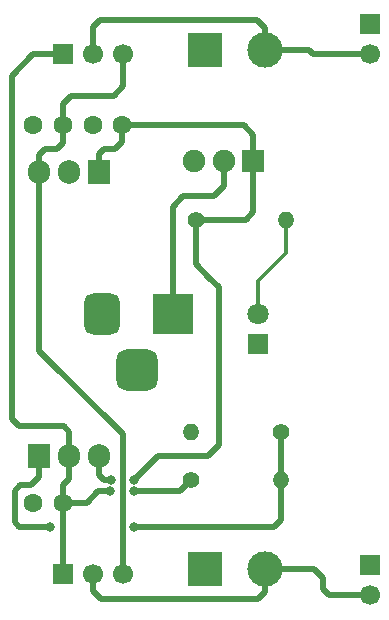
<source format=gtl>
%TF.GenerationSoftware,KiCad,Pcbnew,9.0.1*%
%TF.CreationDate,2025-05-19T12:27:26-03:00*%
%TF.ProjectId,Project_2_Breadboard_Power_Suppy,50726f6a-6563-4745-9f32-5f4272656164,rev?*%
%TF.SameCoordinates,Original*%
%TF.FileFunction,Copper,L1,Top*%
%TF.FilePolarity,Positive*%
%FSLAX46Y46*%
G04 Gerber Fmt 4.6, Leading zero omitted, Abs format (unit mm)*
G04 Created by KiCad (PCBNEW 9.0.1) date 2025-05-19 12:27:26*
%MOMM*%
%LPD*%
G01*
G04 APERTURE LIST*
G04 Aperture macros list*
%AMRoundRect*
0 Rectangle with rounded corners*
0 $1 Rounding radius*
0 $2 $3 $4 $5 $6 $7 $8 $9 X,Y pos of 4 corners*
0 Add a 4 corners polygon primitive as box body*
4,1,4,$2,$3,$4,$5,$6,$7,$8,$9,$2,$3,0*
0 Add four circle primitives for the rounded corners*
1,1,$1+$1,$2,$3*
1,1,$1+$1,$4,$5*
1,1,$1+$1,$6,$7*
1,1,$1+$1,$8,$9*
0 Add four rect primitives between the rounded corners*
20,1,$1+$1,$2,$3,$4,$5,0*
20,1,$1+$1,$4,$5,$6,$7,0*
20,1,$1+$1,$6,$7,$8,$9,0*
20,1,$1+$1,$8,$9,$2,$3,0*%
G04 Aperture macros list end*
%TA.AperFunction,ComponentPad*%
%ADD10RoundRect,0.875000X-0.875000X-0.875000X0.875000X-0.875000X0.875000X0.875000X-0.875000X0.875000X0*%
%TD*%
%TA.AperFunction,ComponentPad*%
%ADD11RoundRect,0.750000X-0.750000X-1.000000X0.750000X-1.000000X0.750000X1.000000X-0.750000X1.000000X0*%
%TD*%
%TA.AperFunction,ComponentPad*%
%ADD12R,3.500000X3.500000*%
%TD*%
%TA.AperFunction,ComponentPad*%
%ADD13R,1.700000X1.700000*%
%TD*%
%TA.AperFunction,ComponentPad*%
%ADD14C,1.700000*%
%TD*%
%TA.AperFunction,ComponentPad*%
%ADD15C,1.400000*%
%TD*%
%TA.AperFunction,ComponentPad*%
%ADD16O,1.400000X1.400000*%
%TD*%
%TA.AperFunction,ComponentPad*%
%ADD17R,3.000000X3.000000*%
%TD*%
%TA.AperFunction,ComponentPad*%
%ADD18C,3.000000*%
%TD*%
%TA.AperFunction,ComponentPad*%
%ADD19R,1.800000X1.800000*%
%TD*%
%TA.AperFunction,ComponentPad*%
%ADD20C,1.800000*%
%TD*%
%TA.AperFunction,ComponentPad*%
%ADD21C,1.600000*%
%TD*%
%TA.AperFunction,ComponentPad*%
%ADD22R,1.905000X2.000000*%
%TD*%
%TA.AperFunction,ComponentPad*%
%ADD23O,1.905000X2.000000*%
%TD*%
%TA.AperFunction,ComponentPad*%
%ADD24R,1.900000X1.900000*%
%TD*%
%TA.AperFunction,ComponentPad*%
%ADD25C,1.900000*%
%TD*%
%TA.AperFunction,ViaPad*%
%ADD26C,0.800000*%
%TD*%
%TA.AperFunction,Conductor*%
%ADD27C,0.500000*%
%TD*%
%TA.AperFunction,Conductor*%
%ADD28C,0.300000*%
%TD*%
G04 APERTURE END LIST*
D10*
%TO.P,J1,3*%
%TO.N,GND*%
X130290000Y-76700000D03*
D11*
%TO.P,J1,2*%
X127290000Y-72000000D03*
D12*
%TO.P,J1,1*%
%TO.N,/PWR_IN*%
X133290000Y-72000000D03*
%TD*%
D13*
%TO.P,J6,1,Pin_1*%
%TO.N,GND*%
X150000000Y-47460000D03*
D14*
%TO.P,J6,2,Pin_2*%
%TO.N,/OUT_2*%
X150000000Y-50000000D03*
%TD*%
D15*
%TO.P,R1,1*%
%TO.N,+12V*%
X135220000Y-64000000D03*
D16*
%TO.P,R1,2*%
%TO.N,/LED_A*%
X142840000Y-64000000D03*
%TD*%
D17*
%TO.P,J2,1,Pin_1*%
%TO.N,GND*%
X136000000Y-93570000D03*
D18*
%TO.P,J2,2,Pin_2*%
%TO.N,/OUT_1*%
X141080000Y-93570000D03*
%TD*%
D13*
%TO.P,J4,1,Pin_1*%
%TO.N,+3.3V*%
X124000000Y-94000000D03*
D14*
%TO.P,J4,2,Pin_2*%
%TO.N,/OUT_1*%
X126540000Y-94000000D03*
%TO.P,J4,3,Pin_3*%
%TO.N,+5V*%
X129080000Y-94000000D03*
%TD*%
D19*
%TO.P,D1,1,K*%
%TO.N,GND*%
X140500000Y-74540000D03*
D20*
%TO.P,D1,2,A*%
%TO.N,/LED_A*%
X140500000Y-72000000D03*
%TD*%
D21*
%TO.P,C1,1*%
%TO.N,+12V*%
X129000000Y-56000000D03*
%TO.P,C1,2*%
%TO.N,GND*%
X126500000Y-56000000D03*
%TD*%
D13*
%TO.P,J3,1,Pin_1*%
%TO.N,GND*%
X150000000Y-93250000D03*
D14*
%TO.P,J3,2,Pin_2*%
%TO.N,/OUT_1*%
X150000000Y-95790000D03*
%TD*%
D15*
%TO.P,R3,1*%
%TO.N,/ADJ*%
X142485000Y-82000000D03*
D16*
%TO.P,R3,2*%
%TO.N,GND*%
X134865000Y-82000000D03*
%TD*%
D13*
%TO.P,J7,1,Pin_1*%
%TO.N,+3.3V*%
X124000000Y-50000000D03*
D14*
%TO.P,J7,2,Pin_2*%
%TO.N,/OUT_2*%
X126540000Y-50000000D03*
%TO.P,J7,3,Pin_3*%
%TO.N,+5V*%
X129080000Y-50000000D03*
%TD*%
D21*
%TO.P,C3,1*%
%TO.N,+5V*%
X124000000Y-56000000D03*
%TO.P,C3,2*%
%TO.N,GND*%
X121500000Y-56000000D03*
%TD*%
%TO.P,C2,1*%
%TO.N,+3.3V*%
X124000000Y-88000000D03*
%TO.P,C2,2*%
%TO.N,GND*%
X121500000Y-88000000D03*
%TD*%
D22*
%TO.P,U2,1,VI*%
%TO.N,+12V*%
X127080000Y-60000000D03*
D23*
%TO.P,U2,2,GND*%
%TO.N,GND*%
X124540000Y-60000000D03*
%TO.P,U2,3,VO*%
%TO.N,+5V*%
X122000000Y-60000000D03*
%TD*%
D24*
%TO.P,S1,1*%
%TO.N,+12V*%
X140120000Y-59000000D03*
D25*
%TO.P,S1,2*%
%TO.N,/PWR_IN*%
X137620000Y-59000000D03*
%TO.P,S1,3*%
%TO.N,unconnected-(S1-Pad3)*%
X135120000Y-59000000D03*
%TD*%
D15*
%TO.P,R2,1*%
%TO.N,+3.3V*%
X134865000Y-86000000D03*
D16*
%TO.P,R2,2*%
%TO.N,/ADJ*%
X142485000Y-86000000D03*
%TD*%
D22*
%TO.P,U1,1,ADJ*%
%TO.N,/ADJ*%
X122000000Y-84000000D03*
D23*
%TO.P,U1,2,VO*%
%TO.N,+3.3V*%
X124540000Y-84000000D03*
%TO.P,U1,3,VI*%
%TO.N,+12V*%
X127080000Y-84000000D03*
%TD*%
D17*
%TO.P,J5,1,Pin_1*%
%TO.N,GND*%
X136000000Y-49600000D03*
D18*
%TO.P,J5,2,Pin_2*%
%TO.N,/OUT_2*%
X141080000Y-49600000D03*
%TD*%
D26*
%TO.N,+12V*%
X128100000Y-86000000D03*
X130000000Y-86000000D03*
%TO.N,+3.3V*%
X128000000Y-87000000D03*
X130000000Y-87000000D03*
%TO.N,/ADJ*%
X130000000Y-90000000D03*
X122900000Y-90000000D03*
%TD*%
D27*
%TO.N,+12V*%
X136300000Y-84000000D02*
X132000000Y-84000000D01*
X136400000Y-68900000D02*
X137200000Y-69700000D01*
X127500000Y-58000000D02*
X127080000Y-58420000D01*
X139500000Y-64000000D02*
X140120000Y-63380000D01*
X135220000Y-67720000D02*
X136400000Y-68900000D01*
X132000000Y-84000000D02*
X131000000Y-85000000D01*
X127080000Y-58420000D02*
X127080000Y-60000000D01*
X137200000Y-69700000D02*
X137200000Y-80200000D01*
X140120000Y-63380000D02*
X140120000Y-59000000D01*
X128000000Y-86000000D02*
X127500000Y-86000000D01*
X137200000Y-80200000D02*
X137200000Y-83100000D01*
X140120000Y-56820000D02*
X140120000Y-59000000D01*
X129000000Y-57400000D02*
X128400000Y-58000000D01*
X135220000Y-64000000D02*
X139500000Y-64000000D01*
X139300000Y-56000000D02*
X129000000Y-56000000D01*
X127500000Y-86000000D02*
X127080000Y-85580000D01*
X128400000Y-58000000D02*
X127500000Y-58000000D01*
X127080000Y-85580000D02*
X127080000Y-84000000D01*
X137200000Y-83100000D02*
X136300000Y-84000000D01*
X135220000Y-64000000D02*
X135220000Y-67720000D01*
X129000000Y-56000000D02*
X129000000Y-57400000D01*
X131000000Y-85000000D02*
X130000000Y-86000000D01*
X139300000Y-56000000D02*
X140120000Y-56820000D01*
%TO.N,+3.3V*%
X119700000Y-51800000D02*
X119700000Y-80900000D01*
X120300000Y-81500000D02*
X124100000Y-81500000D01*
X133000000Y-87000000D02*
X130000000Y-87000000D01*
X119700000Y-80900000D02*
X120300000Y-81500000D01*
X124000000Y-50000000D02*
X121500000Y-50000000D01*
X128000000Y-87000000D02*
X127000000Y-87000000D01*
X134865000Y-86000000D02*
X133865000Y-87000000D01*
X126000000Y-88000000D02*
X124000000Y-88000000D01*
X124540000Y-85940000D02*
X124540000Y-84000000D01*
X124540000Y-81940000D02*
X124540000Y-84000000D01*
X124000000Y-86480000D02*
X124540000Y-85940000D01*
X124000000Y-88000000D02*
X124000000Y-86480000D01*
X124000000Y-94000000D02*
X124000000Y-88000000D01*
X121500000Y-50000000D02*
X119700000Y-51800000D01*
X127000000Y-87000000D02*
X126000000Y-88000000D01*
X133865000Y-87000000D02*
X133000000Y-87000000D01*
X124100000Y-81500000D02*
X124540000Y-81940000D01*
%TO.N,+5V*%
X124000000Y-56000000D02*
X124000000Y-54200000D01*
X123500000Y-58000000D02*
X124000000Y-57500000D01*
X129080000Y-82180000D02*
X122000000Y-75100000D01*
X129080000Y-50000000D02*
X129080000Y-52720000D01*
X122000000Y-75100000D02*
X122000000Y-60000000D01*
X129080000Y-94000000D02*
X129080000Y-82180000D01*
X122000000Y-58500000D02*
X122500000Y-58000000D01*
X124000000Y-57500000D02*
X124000000Y-56000000D01*
X129080000Y-52720000D02*
X128300000Y-53500000D01*
X124000000Y-54200000D02*
X124700000Y-53500000D01*
X124700000Y-53500000D02*
X128300000Y-53500000D01*
X122000000Y-60000000D02*
X122000000Y-58500000D01*
X122500000Y-58000000D02*
X123500000Y-58000000D01*
D28*
%TO.N,/LED_A*%
X140500000Y-69200000D02*
X140500000Y-72000000D01*
X142840000Y-64000000D02*
X142840000Y-66860000D01*
X142840000Y-66860000D02*
X140500000Y-69200000D01*
D27*
%TO.N,/PWR_IN*%
X136800000Y-62000000D02*
X134200000Y-62000000D01*
X137620000Y-59000000D02*
X137620000Y-61180000D01*
X133290000Y-62910000D02*
X133290000Y-72000000D01*
X134200000Y-62000000D02*
X133290000Y-62910000D01*
X137620000Y-61180000D02*
X136800000Y-62000000D01*
%TO.N,/OUT_1*%
X127200000Y-96100000D02*
X126540000Y-95440000D01*
X141080000Y-93570000D02*
X141080000Y-95520000D01*
X145270000Y-93570000D02*
X146000000Y-94300000D01*
X141080000Y-95520000D02*
X140500000Y-96100000D01*
X141080000Y-93570000D02*
X145270000Y-93570000D01*
X146490000Y-95790000D02*
X146000000Y-95300000D01*
X146000000Y-95300000D02*
X146000000Y-94300000D01*
X126540000Y-95440000D02*
X126540000Y-94000000D01*
X150000000Y-95790000D02*
X146490000Y-95790000D01*
X140500000Y-96100000D02*
X127200000Y-96100000D01*
%TO.N,/OUT_2*%
X141080000Y-49600000D02*
X141080000Y-47780000D01*
X141080000Y-47780000D02*
X140400000Y-47100000D01*
X126540000Y-50000000D02*
X126540000Y-47660000D01*
X150000000Y-50000000D02*
X145200000Y-50000000D01*
X144800000Y-49600000D02*
X141080000Y-49600000D01*
X140400000Y-47100000D02*
X127100000Y-47100000D01*
X145200000Y-50000000D02*
X144800000Y-49600000D01*
X126540000Y-47660000D02*
X127100000Y-47100000D01*
%TO.N,/ADJ*%
X120300000Y-90000000D02*
X122900000Y-90000000D01*
X122900000Y-90000000D02*
X123000000Y-90000000D01*
X142485000Y-82000000D02*
X142485000Y-86000000D01*
X122000000Y-85800000D02*
X121400000Y-86400000D01*
X142485000Y-86000000D02*
X142485000Y-89415000D01*
X119900000Y-87000000D02*
X119900000Y-89600000D01*
X121300000Y-86500000D02*
X120500000Y-86500000D01*
X121400000Y-86400000D02*
X121300000Y-86500000D01*
X122000000Y-84000000D02*
X122000000Y-85800000D01*
X120400000Y-86500000D02*
X119900000Y-87000000D01*
X141900000Y-90000000D02*
X130000000Y-90000000D01*
X120500000Y-86500000D02*
X120400000Y-86500000D01*
X142485000Y-89415000D02*
X141900000Y-90000000D01*
X119900000Y-89600000D02*
X120300000Y-90000000D01*
%TD*%
M02*

</source>
